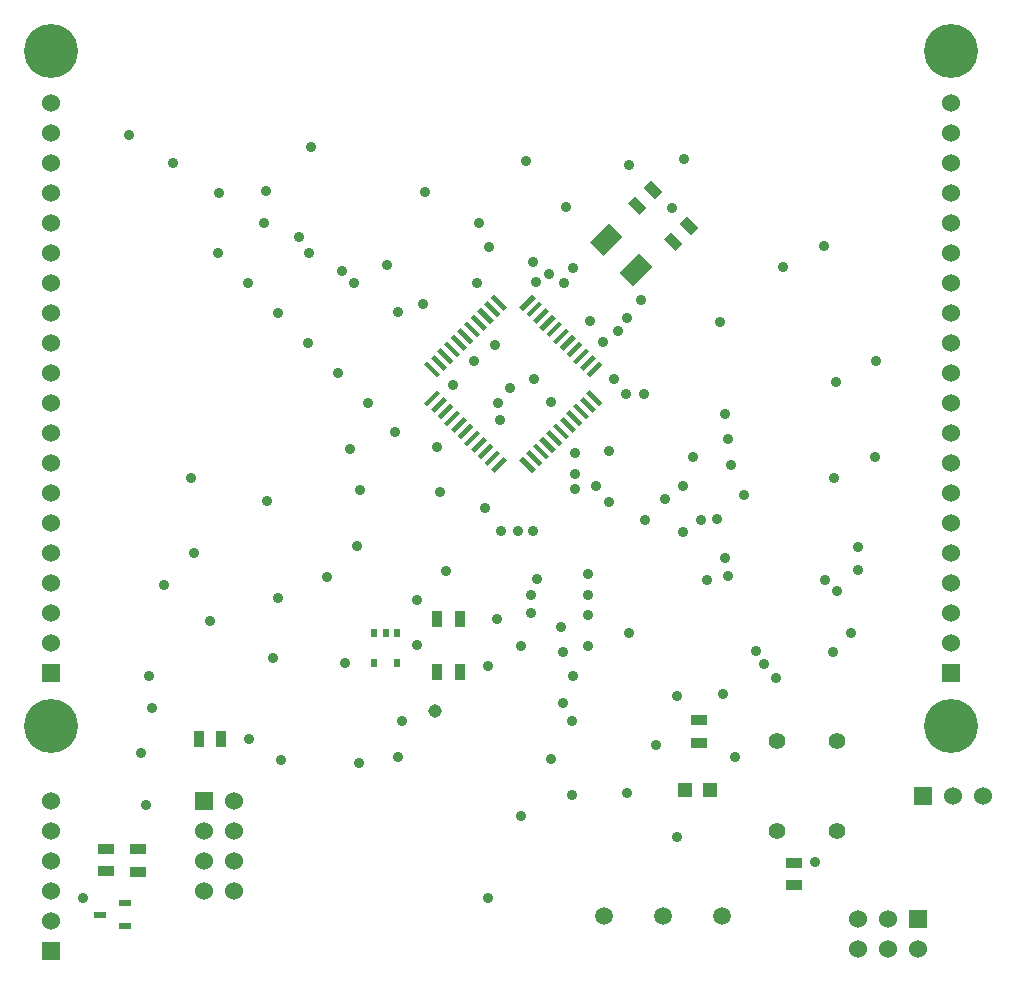
<source format=gts>
G04 (created by PCBNEW (2013-may-18)-stable) date Sun 14 Jun 2015 08:39:56 PM EDT*
%MOIN*%
G04 Gerber Fmt 3.4, Leading zero omitted, Abs format*
%FSLAX34Y34*%
G01*
G70*
G90*
G04 APERTURE LIST*
%ADD10C,0.00590551*%
%ADD11C,0.035*%
%ADD12C,0.055*%
%ADD13R,0.02X0.03*%
%ADD14R,0.0394X0.0236*%
%ADD15R,0.055X0.035*%
%ADD16R,0.035X0.055*%
%ADD17R,0.06X0.06*%
%ADD18C,0.06*%
%ADD19R,0.0472X0.0472*%
%ADD20C,0.0590551*%
%ADD21C,0.18*%
%ADD22C,0.045*%
G04 APERTURE END LIST*
G54D10*
G54D11*
X40100Y-53500D03*
X40250Y-55250D03*
X42400Y-49100D03*
X47300Y-46600D03*
X46300Y-47650D03*
X44650Y-48350D03*
X44300Y-45100D03*
X40850Y-47900D03*
X41850Y-46850D03*
X48650Y-53650D03*
X57950Y-51600D03*
X59500Y-51550D03*
X59550Y-47000D03*
X63750Y-49500D03*
X63150Y-50150D03*
X47350Y-53850D03*
X44750Y-53750D03*
X54275Y-35325D03*
X51650Y-58350D03*
X48800Y-52450D03*
X57950Y-56300D03*
X59650Y-47600D03*
X62850Y-36600D03*
X61500Y-37300D03*
X59400Y-39150D03*
X49575Y-34825D03*
X52925Y-33775D03*
X45775Y-33325D03*
X44275Y-34775D03*
X47075Y-43375D03*
X63250Y-41150D03*
X64600Y-40450D03*
X64550Y-43650D03*
X38150Y-58350D03*
X63200Y-44350D03*
X57550Y-45050D03*
G54D10*
G36*
X53935Y-42522D02*
X54359Y-42946D01*
X54246Y-43059D01*
X53822Y-42635D01*
X53935Y-42522D01*
X53935Y-42522D01*
G37*
G36*
X54158Y-42299D02*
X54582Y-42723D01*
X54469Y-42836D01*
X54045Y-42412D01*
X54158Y-42299D01*
X54158Y-42299D01*
G37*
G36*
X54380Y-42076D02*
X54805Y-42501D01*
X54692Y-42614D01*
X54267Y-42189D01*
X54380Y-42076D01*
X54380Y-42076D01*
G37*
G36*
X54603Y-41854D02*
X55027Y-42278D01*
X54914Y-42391D01*
X54490Y-41967D01*
X54603Y-41854D01*
X54603Y-41854D01*
G37*
G36*
X54826Y-41631D02*
X55250Y-42055D01*
X55137Y-42168D01*
X54713Y-41744D01*
X54826Y-41631D01*
X54826Y-41631D01*
G37*
G36*
X55049Y-41408D02*
X55473Y-41832D01*
X55360Y-41945D01*
X54935Y-41521D01*
X55049Y-41408D01*
X55049Y-41408D01*
G37*
G36*
X53712Y-42745D02*
X54136Y-43169D01*
X54023Y-43282D01*
X53599Y-42858D01*
X53712Y-42745D01*
X53712Y-42745D01*
G37*
G36*
X53489Y-42967D02*
X53914Y-43392D01*
X53801Y-43505D01*
X53376Y-43080D01*
X53489Y-42967D01*
X53489Y-42967D01*
G37*
G36*
X53267Y-43190D02*
X53691Y-43614D01*
X53578Y-43727D01*
X53154Y-43303D01*
X53267Y-43190D01*
X53267Y-43190D01*
G37*
G36*
X53044Y-43413D02*
X53468Y-43837D01*
X53355Y-43950D01*
X52931Y-43526D01*
X53044Y-43413D01*
X53044Y-43413D01*
G37*
G36*
X52821Y-43635D02*
X53245Y-44060D01*
X53132Y-44173D01*
X52708Y-43749D01*
X52821Y-43635D01*
X52821Y-43635D01*
G37*
G36*
X50753Y-39340D02*
X51177Y-39764D01*
X51064Y-39877D01*
X50640Y-39453D01*
X50753Y-39340D01*
X50753Y-39340D01*
G37*
G36*
X50976Y-39117D02*
X51400Y-39541D01*
X51287Y-39654D01*
X50863Y-39230D01*
X50976Y-39117D01*
X50976Y-39117D01*
G37*
G36*
X51198Y-38894D02*
X51623Y-39319D01*
X51510Y-39432D01*
X51085Y-39007D01*
X51198Y-38894D01*
X51198Y-38894D01*
G37*
G36*
X51421Y-38672D02*
X51845Y-39096D01*
X51732Y-39209D01*
X51308Y-38785D01*
X51421Y-38672D01*
X51421Y-38672D01*
G37*
G36*
X51644Y-38449D02*
X52068Y-38873D01*
X51955Y-38986D01*
X51531Y-38562D01*
X51644Y-38449D01*
X51644Y-38449D01*
G37*
G36*
X51867Y-38226D02*
X52291Y-38650D01*
X52178Y-38764D01*
X51754Y-38339D01*
X51867Y-38226D01*
X51867Y-38226D01*
G37*
G36*
X50530Y-39563D02*
X50954Y-39987D01*
X50841Y-40100D01*
X50417Y-39676D01*
X50530Y-39563D01*
X50530Y-39563D01*
G37*
G36*
X50307Y-39785D02*
X50732Y-40210D01*
X50619Y-40323D01*
X50194Y-39898D01*
X50307Y-39785D01*
X50307Y-39785D01*
G37*
G36*
X50085Y-40008D02*
X50509Y-40432D01*
X50396Y-40545D01*
X49972Y-40121D01*
X50085Y-40008D01*
X50085Y-40008D01*
G37*
G36*
X49862Y-40231D02*
X50286Y-40655D01*
X50173Y-40768D01*
X49749Y-40344D01*
X49862Y-40231D01*
X49862Y-40231D01*
G37*
G36*
X49639Y-40454D02*
X50064Y-40878D01*
X49950Y-40991D01*
X49526Y-40567D01*
X49639Y-40454D01*
X49639Y-40454D01*
G37*
G36*
X54246Y-39340D02*
X54359Y-39453D01*
X53935Y-39877D01*
X53822Y-39764D01*
X54246Y-39340D01*
X54246Y-39340D01*
G37*
G36*
X51064Y-42522D02*
X51177Y-42635D01*
X50753Y-43059D01*
X50640Y-42946D01*
X51064Y-42522D01*
X51064Y-42522D01*
G37*
G36*
X54023Y-39117D02*
X54136Y-39230D01*
X53712Y-39654D01*
X53599Y-39541D01*
X54023Y-39117D01*
X54023Y-39117D01*
G37*
G36*
X50841Y-42299D02*
X50954Y-42412D01*
X50530Y-42836D01*
X50417Y-42723D01*
X50841Y-42299D01*
X50841Y-42299D01*
G37*
G36*
X50619Y-42076D02*
X50732Y-42189D01*
X50307Y-42614D01*
X50194Y-42501D01*
X50619Y-42076D01*
X50619Y-42076D01*
G37*
G36*
X53801Y-38894D02*
X53914Y-39007D01*
X53489Y-39432D01*
X53376Y-39319D01*
X53801Y-38894D01*
X53801Y-38894D01*
G37*
G36*
X53578Y-38672D02*
X53691Y-38785D01*
X53267Y-39209D01*
X53154Y-39096D01*
X53578Y-38672D01*
X53578Y-38672D01*
G37*
G36*
X50396Y-41854D02*
X50509Y-41967D01*
X50085Y-42391D01*
X49972Y-42278D01*
X50396Y-41854D01*
X50396Y-41854D01*
G37*
G36*
X50173Y-41631D02*
X50286Y-41744D01*
X49862Y-42168D01*
X49749Y-42055D01*
X50173Y-41631D01*
X50173Y-41631D01*
G37*
G36*
X53355Y-38449D02*
X53468Y-38562D01*
X53044Y-38986D01*
X52931Y-38873D01*
X53355Y-38449D01*
X53355Y-38449D01*
G37*
G36*
X53132Y-38226D02*
X53245Y-38339D01*
X52821Y-38764D01*
X52708Y-38650D01*
X53132Y-38226D01*
X53132Y-38226D01*
G37*
G36*
X49950Y-41408D02*
X50064Y-41521D01*
X49639Y-41945D01*
X49526Y-41832D01*
X49950Y-41408D01*
X49950Y-41408D01*
G37*
G36*
X51287Y-42745D02*
X51400Y-42858D01*
X50976Y-43282D01*
X50863Y-43169D01*
X51287Y-42745D01*
X51287Y-42745D01*
G37*
G36*
X54469Y-39563D02*
X54582Y-39676D01*
X54158Y-40100D01*
X54045Y-39987D01*
X54469Y-39563D01*
X54469Y-39563D01*
G37*
G36*
X54692Y-39785D02*
X54805Y-39898D01*
X54380Y-40323D01*
X54267Y-40210D01*
X54692Y-39785D01*
X54692Y-39785D01*
G37*
G36*
X51510Y-42967D02*
X51623Y-43080D01*
X51198Y-43505D01*
X51085Y-43392D01*
X51510Y-42967D01*
X51510Y-42967D01*
G37*
G36*
X51732Y-43190D02*
X51845Y-43303D01*
X51421Y-43727D01*
X51308Y-43614D01*
X51732Y-43190D01*
X51732Y-43190D01*
G37*
G36*
X54914Y-40008D02*
X55027Y-40121D01*
X54603Y-40545D01*
X54490Y-40432D01*
X54914Y-40008D01*
X54914Y-40008D01*
G37*
G36*
X55137Y-40231D02*
X55250Y-40344D01*
X54826Y-40768D01*
X54713Y-40655D01*
X55137Y-40231D01*
X55137Y-40231D01*
G37*
G36*
X51955Y-43413D02*
X52068Y-43526D01*
X51644Y-43950D01*
X51531Y-43837D01*
X51955Y-43413D01*
X51955Y-43413D01*
G37*
G36*
X52178Y-43635D02*
X52291Y-43749D01*
X51867Y-44173D01*
X51754Y-44060D01*
X52178Y-43635D01*
X52178Y-43635D01*
G37*
G36*
X55360Y-40454D02*
X55473Y-40567D01*
X55049Y-40991D01*
X54935Y-40878D01*
X55360Y-40454D01*
X55360Y-40454D01*
G37*
G54D12*
X61300Y-53100D03*
X63300Y-53100D03*
X61300Y-56100D03*
X63300Y-56100D03*
G54D13*
X48625Y-49500D03*
X47875Y-49500D03*
X48625Y-50500D03*
X48250Y-49500D03*
X47875Y-50500D03*
G54D14*
X39566Y-59275D03*
X38734Y-58900D03*
X39566Y-58525D03*
G54D10*
G36*
X57094Y-34416D02*
X57483Y-34805D01*
X57235Y-35053D01*
X56846Y-34664D01*
X57094Y-34416D01*
X57094Y-34416D01*
G37*
G36*
X56564Y-34946D02*
X56953Y-35335D01*
X56705Y-35583D01*
X56316Y-35194D01*
X56564Y-34946D01*
X56564Y-34946D01*
G37*
G54D15*
X58700Y-52425D03*
X58700Y-53175D03*
X61850Y-57175D03*
X61850Y-57925D03*
G54D16*
X42025Y-53050D03*
X42775Y-53050D03*
G54D15*
X40000Y-56725D03*
X40000Y-57475D03*
X38925Y-57450D03*
X38925Y-56700D03*
G54D10*
G36*
X58294Y-35616D02*
X58683Y-36005D01*
X58435Y-36253D01*
X58046Y-35864D01*
X58294Y-35616D01*
X58294Y-35616D01*
G37*
G36*
X57764Y-36146D02*
X58153Y-36535D01*
X57905Y-36783D01*
X57516Y-36394D01*
X57764Y-36146D01*
X57764Y-36146D01*
G37*
G54D17*
X42200Y-55100D03*
G54D18*
X43200Y-55100D03*
X42200Y-56100D03*
X43200Y-56100D03*
X42200Y-57100D03*
X43200Y-57100D03*
X42200Y-58100D03*
X43200Y-58100D03*
G54D17*
X67100Y-50850D03*
G54D18*
X67100Y-49850D03*
X67100Y-40850D03*
X67100Y-47850D03*
X67100Y-38850D03*
X67100Y-45850D03*
X67100Y-36850D03*
X67100Y-43850D03*
X67100Y-34850D03*
X67100Y-41850D03*
X67100Y-32850D03*
X67100Y-39850D03*
X67100Y-37850D03*
X67100Y-35850D03*
X67100Y-33850D03*
X67100Y-31850D03*
X67100Y-48850D03*
X67100Y-46850D03*
X67100Y-44850D03*
X67100Y-42850D03*
G54D17*
X37100Y-50850D03*
G54D18*
X37100Y-49850D03*
X37100Y-40850D03*
X37100Y-47850D03*
X37100Y-38850D03*
X37100Y-45850D03*
X37100Y-36850D03*
X37100Y-43850D03*
X37100Y-34850D03*
X37100Y-41850D03*
X37100Y-32850D03*
X37100Y-39850D03*
X37100Y-37850D03*
X37100Y-35850D03*
X37100Y-33850D03*
X37100Y-31850D03*
X37100Y-48850D03*
X37100Y-46850D03*
X37100Y-44850D03*
X37100Y-42850D03*
G54D17*
X37100Y-60100D03*
G54D18*
X37100Y-59100D03*
X37100Y-58100D03*
X37100Y-57100D03*
X37100Y-56100D03*
X37100Y-55100D03*
G54D19*
X58237Y-54750D03*
X59063Y-54750D03*
G54D20*
X55531Y-58950D03*
X57500Y-58950D03*
X59468Y-58950D03*
G54D18*
X64000Y-60050D03*
X64000Y-59050D03*
X65000Y-60050D03*
X65000Y-59050D03*
X66000Y-60050D03*
G54D17*
X66000Y-59050D03*
G54D10*
G36*
X55056Y-36496D02*
X55696Y-35856D01*
X56141Y-36301D01*
X55501Y-36941D01*
X55056Y-36496D01*
X55056Y-36496D01*
G37*
G36*
X56058Y-37498D02*
X56698Y-36858D01*
X57143Y-37303D01*
X56503Y-37943D01*
X56058Y-37498D01*
X56058Y-37498D01*
G37*
G54D21*
X67100Y-30100D03*
X67100Y-52600D03*
X37100Y-30100D03*
X37100Y-52600D03*
G54D16*
X49975Y-49050D03*
X50725Y-49050D03*
X49975Y-50800D03*
X50725Y-50800D03*
G54D11*
X59900Y-53650D03*
G54D17*
X66150Y-54950D03*
G54D18*
X67150Y-54950D03*
X68150Y-54950D03*
G54D22*
X49900Y-52100D03*
G54D11*
X43700Y-53050D03*
X52750Y-55600D03*
X54450Y-54900D03*
X56300Y-54850D03*
X58750Y-45750D03*
X55700Y-43450D03*
X51200Y-40450D03*
X41750Y-44350D03*
X54150Y-50150D03*
X54550Y-44700D03*
X55000Y-49950D03*
X58150Y-44600D03*
X56350Y-49500D03*
X58150Y-46150D03*
X48650Y-38800D03*
X44650Y-38850D03*
X47200Y-37850D03*
X43650Y-37850D03*
X45700Y-36850D03*
X42650Y-36850D03*
X44200Y-35850D03*
X42700Y-34850D03*
X41150Y-33850D03*
X39700Y-32900D03*
X53750Y-53700D03*
X53250Y-37800D03*
X55250Y-44600D03*
X55000Y-47550D03*
X50250Y-47450D03*
X44500Y-50350D03*
X51900Y-39900D03*
X53150Y-37150D03*
X45350Y-36300D03*
X51350Y-35850D03*
X61250Y-51000D03*
X54450Y-52450D03*
X59750Y-43900D03*
X56850Y-41550D03*
X64000Y-47400D03*
X63300Y-48100D03*
X60850Y-50550D03*
X54150Y-51850D03*
X59650Y-43050D03*
X55850Y-41050D03*
X55700Y-45150D03*
X58950Y-47750D03*
X46800Y-37450D03*
X60200Y-44900D03*
X56000Y-39450D03*
X54200Y-37850D03*
X56250Y-41550D03*
X58500Y-43650D03*
X59300Y-45700D03*
X57250Y-53250D03*
X55000Y-48900D03*
X53100Y-48850D03*
X52100Y-46100D03*
X64000Y-46650D03*
X62900Y-47750D03*
X60600Y-50100D03*
X54500Y-50950D03*
X59550Y-42200D03*
X55500Y-39800D03*
X53300Y-47700D03*
X53150Y-46100D03*
X49300Y-48400D03*
X40350Y-50950D03*
X40450Y-52000D03*
X53700Y-37550D03*
X54100Y-49300D03*
X52750Y-49950D03*
X55000Y-48250D03*
X53100Y-48250D03*
X52650Y-46100D03*
X47400Y-44750D03*
X56900Y-45750D03*
X62550Y-57150D03*
X54550Y-44200D03*
X56300Y-39000D03*
X51700Y-36650D03*
X51300Y-37850D03*
X55050Y-39100D03*
X49950Y-43300D03*
X50500Y-41250D03*
X52050Y-42400D03*
X48550Y-42800D03*
X46650Y-40850D03*
X52400Y-41350D03*
X47650Y-41850D03*
X52000Y-41850D03*
X53200Y-41050D03*
X45650Y-39850D03*
X46900Y-50500D03*
X49300Y-49900D03*
X51650Y-50600D03*
X53750Y-41800D03*
X54550Y-43500D03*
X49500Y-38550D03*
X48300Y-37250D03*
X56750Y-38400D03*
X57800Y-35350D03*
X56350Y-33900D03*
X58200Y-33700D03*
X51950Y-49050D03*
X50050Y-44800D03*
X54500Y-37350D03*
X51550Y-45350D03*
M02*

</source>
